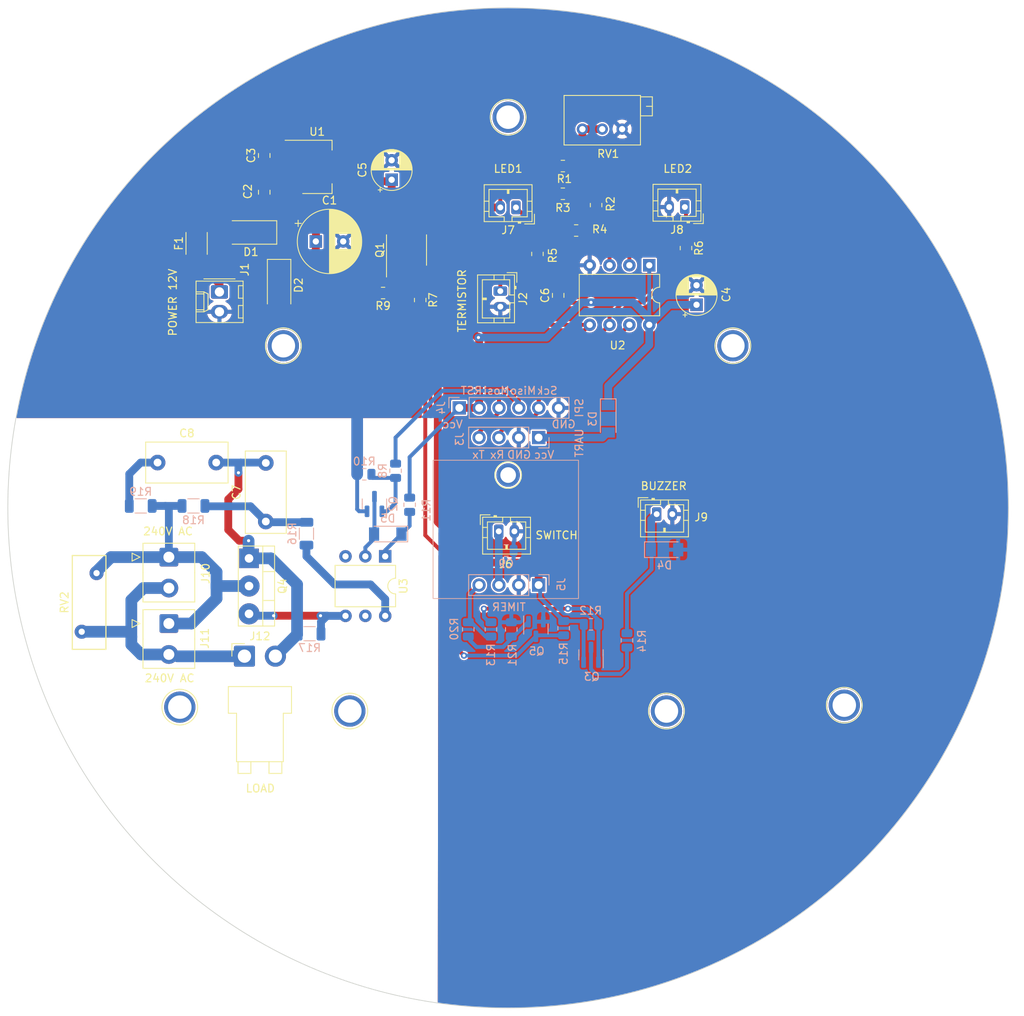
<source format=kicad_pcb>
(kicad_pcb (version 20211014) (generator pcbnew)
  (layers (0 "F.Cu" signal) (31 "B.Cu" signal) (34 "B.Paste" user) (35 "F.Paste" user) (36 "B.SilkS" user "B.Silkscreen") (37 "F.SilkS" user "F.Silkscreen") (38 "B.Mask" user) (39 "F.Mask" user) (44 "Edge.Cuts" user))
  (net 0 "")
  (net 1 "Net-(C1-Pad1)")
  (net 2 "GND")
  (net 3 "+5V")
  (net 4 "Net-(C4-Pad1)")
  (net 5 "Net-(C7-Pad1)")
  (net 6 "Net-(C7-Pad2)")
  (net 7 "Net-(C8-Pad1)")
  (net 8 "Net-(D1-Pad2)")
  (net 9 "Net-(D4-Pad1)")
  (net 10 "Net-(Q1-Pad4)")
  (net 11 "Net-(D3-Pad2)")
  (net 12 "+12V")
  (net 13 "Net-(J2-Pad1)")
  (net 14 "Net-(J3-Pad3)")
  (net 15 "Net-(J3-Pad4)")
  (net 16 "Net-(J4-Pad4)")
  (net 17 "Net-(J5-Pad3)")
  (net 18 "Net-(J5-Pad4)")
  (net 19 "Net-(J7-Pad1)")
  (net 20 "Net-(J8-Pad1)")
  (net 21 "Net-(J10-Pad1)")
  (net 22 "Net-(J10-Pad2)")
  (net 23 "Net-(Q2-Pad1)")
  (net 24 "Net-(Q2-Pad3)")
  (net 25 "Net-(Q3-Pad1)")
  (net 26 "Net-(Q4-Pad3)")
  (net 27 "Net-(R1-Pad1)")
  (net 28 "Net-(R2-Pad2)")
  (net 29 "Net-(R4-Pad1)")
  (net 30 "Net-(R11-Pad2)")
  (net 31 "Net-(R16-Pad2)")
  (net 34 "Net-(Q3-Pad3)")
  (net 35 "Net-(Q5-Pad1)")
  (net 36 "Net-(Q5-Pad3)")
  (footprint "TestPoint:TestPoint_Plated_Hole_D3.0mm" (layer "F.Cu") (at 143 125.25)
    (fp_text reference "REF**")
    (fp_text value "TestPoint_Plated_Hole_D3.0mm")
  )
  (footprint "Resistor_SMD:R_0805_2012Metric" (layer "F.Cu") (at 122.75 66.75 -90)
    (fp_text reference "R6")
    (fp_text value "3k")
  )
  (footprint "Resistor_SMD:R_0805_2012Metric" (layer "F.Cu") (at 111.25 61.25 -90)
    (fp_text reference "R2")
    (fp_text value "3k")
  )
  (footprint "Resistor_SMD:R_0805_2012Metric" (layer "F.Cu") (at 88.75 73.4 -90)
    (fp_text reference "R7")
    (fp_text value "1k")
  )
  (footprint "Package_SO:SOIC-8_3.9x4.9mm_P1.27mm" (layer "F.Cu") (at 87 67 90)
    (fp_text reference "Q1")
    (fp_text value "Si4835BDY")
  )
  (footprint "Potentiometer_THT:Potentiometer_Bourns_3299X_Horizontal" (layer "F.Cu") (at 109.5 51.525 180)
    (fp_text reference "RV1")
    (fp_text value "10k")
  )
  (footprint "TestPoint:TestPoint_Plated_Hole_D3.0mm" (layer "F.Cu") (at 71.25 79.25)
    (fp_text reference "REF**")
    (fp_text value "TestPoint_Plated_Hole_D3.0mm")
  )
  (footprint "Capacitor_THT:C_Rect_L10.3mm_W5.0mm_P7.50mm_MKS4" (layer "F.Cu") (at 69 101.745 90)
    (fp_text reference "C7")
    (fp_text value "47n")
  )
  (footprint "Connector_JST:JST_PH_B2B-PH-K_1x02_P2.00mm_Vertical" (layer "F.Cu") (at 99 72.25 -90)
    (fp_text reference "J2")
    (fp_text value "TERMISTOR")
  )
  (footprint "Diode_SMD:D_MELF" (layer "F.Cu") (at 67.1 64.75 180)
    (fp_text reference "D1")
    (fp_text value "1N4001")
  )
  (footprint "Connector_TE-Connectivity:TE_826576-2_1x02_P3.96mm_Vertical" (layer "F.Cu") (at 56.6 106.3 -90)
    (fp_text reference "J10")
    (fp_text value "240V AC")
  )
  (footprint "Capacitor_THT:CP_Radial_D8.0mm_P3.50mm" (layer "F.Cu") (at 75.4 65.9)
    (fp_text reference "C1")
    (fp_text value "220u")
  )
  (footprint "Resistor_SMD:R_0805_2012Metric" (layer "F.Cu") (at 107 59.8)
    (fp_text reference "R3")
    (fp_text value "3k")
  )
  (footprint "Capacitor_THT:CP_Radial_D5.0mm_P2.50mm" (layer "F.Cu") (at 124.1 74.005113 90)
    (fp_text reference "C4")
    (fp_text value "100u")
  )
  (footprint "Capacitor_THT:CP_Radial_D5.0mm_P2.50mm" (layer "F.Cu") (at 85.1 58.005113 90)
    (fp_text reference "C5")
    (fp_text value "100u")
  )
  (footprint "Connector_JST:JST_PH_B2B-PH-K_1x02_P2.00mm_Vertical" (layer "F.Cu") (at 122.6 61.5 180)
    (fp_text reference "J8")
    (fp_text value "LED2")
  )
  (footprint "Connector_Molex:Molex_KK-254_AE-6410-02A_1x02_P2.54mm_Vertical" (layer "F.Cu") (at 63.070276 72.360456 -90)
    (fp_text reference "J1")
    (fp_text value "POWER 12V")
  )
  (footprint "Capacitor_SMD:C_0805_2012Metric" (layer "F.Cu") (at 68.8 59.6 -90)
    (fp_text reference "C2")
    (fp_text value "100n")
  )
  (footprint "Varistor:RV_Disc_D12mm_W4.3mm_P7.5mm" (layer "F.Cu") (at 47.35 108.35 -90)
    (fp_text reference "RV2")
    (fp_text value "ERZE07A561")
  )
  (footprint "Resistor_SMD:R_0805_2012Metric" (layer "F.Cu") (at 108.7 64.5 180)
    (fp_text reference "R4")
    (fp_text value "3k")
  )
  (footprint "Connector_JST:JST_PH_B2B-PH-K_1x02_P2.00mm_Vertical" (layer "F.Cu") (at 119 100.8)
    (fp_text reference "J9")
    (fp_text value "BUZZER")
  )
  (footprint "Connector_TE-Connectivity:TE_826576-2_1x02_P3.96mm_Vertical" (layer "F.Cu") (at 56.6 114.8 -90)
    (fp_text reference "J11")
    (fp_text value "240V AC")
  )
  (footprint "Capacitor_SMD:C_0805_2012Metric" (layer "F.Cu") (at 106.4 72.8 90)
    (fp_text reference "C6")
    (fp_text value "100n")
  )
  (footprint "Package_DIP:DIP-6_W7.62mm" (layer "F.Cu") (at 84.275 106.2 -90)
    (fp_text reference "U3")
    (fp_text value "MOC3020M")
  )
  (footprint "Connector_JST:JST_PH_B2B-PH-K_1x02_P2.00mm_Vertical" (layer "F.Cu") (at 98.8 103)
    (fp_text reference "J6")
    (fp_text value "SWITCH")
  )
  (footprint "Connector_JST:JST_VH_B2PS-VH_1x02_P3.96mm_Horizontal" (layer "F.Cu") (at 66.27 118.975)
    (fp_text reference "J12")
    (fp_text value "LOAD")
  )
  (footprint "TestPoint:TestPoint_Plated_Hole_D3.0mm" (layer "F.Cu") (at 58 125.5)
    (fp_text reference "REF**")
    (fp_text value "TestPoint_Plated_Hole_D3.0mm")
  )
  (footprint "TestPoint:TestPoint_Plated_Hole_D3.0mm" (layer "F.Cu") (at 100 50)
    (fp_text reference "REF**")
    (fp_text value "TestPoint_Plated_Hole_D3.0mm")
  )
  (footprint "Package_DIP:DIP-8_W7.62mm" (layer "F.Cu") (at 118.05 68.95 -90)
    (fp_text reference "U2")
    (fp_text value "ATtiny45-20S")
  )
  (footprint "Resistor_SMD:R_0805_2012Metric" (layer "F.Cu") (at 107 56.25 180)
    (fp_text reference "R1")
    (fp_text value "3k")
  )
  (footprint "Resistor_SMD:R_0805_2012Metric" (layer "F.Cu") (at 103.75 67.5 -90)
    (fp_text reference "R5")
    (fp_text value "3k")
  )
  (footprint "Connector_JST:JST_PH_B2B-PH-K_1x02_P2.00mm_Vertical" (layer "F.Cu") (at 101 61.55 180)
    (fp_text reference "J7")
    (fp_text value "LED1")
  )
  (footprint "TestPoint:TestPoint_Plated_Hole_D3.0mm" (layer "F.Cu") (at 128.75 79.25)
    (fp_text reference "REF**")
    (fp_text value "TestPoint_Plated_Hole_D3.0mm")
  )
  (footprint "Resistor_SMD:R_0805_2012Metric" (layer "F.Cu") (at 84 72.5 180)
    (fp_text reference "R9")
    (fp_text value "47k")
  )
  (footprint "Package_TO_SOT_SMD:SOT-223-3_TabPin2" (layer "F.Cu") (at 75.570276 56.360456)
    (fp_text reference "U1")
    (fp_text value "AMS1117-5.0")
  )
  (footprint "Diode_SMD:D_MELF" (layer "F.Cu") (at 70.7 71.5 -90)
    (fp_text reference "D2")
    (fp_text value "BZX84C12")
  )
  (footprint "Fuse:Fuse_2010_5025Metric" (layer "F.Cu") (at 60.15 66.15 90)
    (fp_text reference "F1")
    (fp_text value "250mA")
  )
  (footprint "TestPoint:TestPoint_Plated_Hole_D2.0mm" (layer "F.Cu") (at 100 95.8)
    (fp_text reference "REF**" hide)
    (fp_text value "TestPoint_Plated_Hole_D2.0mm" hide)
  )
  (footprint "TestPoint:TestPoint_Plated_Hole_D3.0mm" (layer "F.Cu") (at 120.25 126)
    (fp_text reference "REF**")
    (fp_text value "TestPoint_Plated_Hole_D3.0mm")
  )
  (footprint "TestPoint:TestPoint_Plated_Hole_D3.0mm" (layer "F.Cu") (at 79.75 126)
    (fp_text reference "REF**")
    (fp_text value "TestPoint_Plated_Hole_D3.0mm")
  )
  (footprint "Capacitor_SMD:C_0805_2012Metric" (layer "F.Cu") (at 68.8 54.9 90)
    (fp_text reference "C3")
    (fp_text value "100n")
  )
  (footprint "Capacitor_THT:C_Rect_L10.3mm_W5.0mm_P7.50mm_MKS4" (layer "F.Cu") (at 55.155 94.2)
    (fp_text reference "C8")
    (fp_text value "10n")
  )
  (footprint "Package_TO_SOT_THT:TO-220-3_Vertical" (layer "F.Cu") (at 66.855 107.46 -90)
    (fp_text reference "Q4")
    (fp_text value "BT136-600")
  )
  (footprint "Resistor_SMD:R_0805_2012Metric" (layer "B.Cu") (at 107.1 115.4 -90)
    (fp_text reference "R15")
    (fp_text value "4k7")
  )
  (footprint "Package_TO_SOT_SMD:SOT-23" (layer "B.Cu") (at 103.55 115.5 -90)
    (fp_text reference "Q5")
    (fp_text value "BC846")
  )
  (footprint "Resistor_SMD:R_0805_2012Metric" (layer "B.Cu") (at 97.8 115.55 -90)
    (fp_text reference "R13")
    (fp_text value "4k7")
  )
  (footprint "Diode_SMD:D_MiniMELF" (layer "B.Cu") (at 112.8 88.6 -90)
    (fp_text reference "D3")
    (fp_text value "1N4148W")
  )
  (footprint "Connector_PinSocket_2.54mm:PinSocket_1x04_P2.54mm_Vertical" (layer "B.Cu") (at 103.9 109.875 90)
    (fp_text reference "J5")
    (fp_text value "TIMER")
  )
  (footprint "Diode_SMD:D_MiniMELF" (layer "B.Cu") (at 120 105.35)
    (fp_text reference "D4")
    (fp_text value "1N4148W")
  )
  (footprint "Resistor_SMD:R_1206_3216Metric" (layer "B.Cu") (at 59.75 99.75)
    (fp_text reference "R18")
    (fp_text value "470")
  )
  (footprint "Resistor_SMD:R_1206_3216Metric" (layer "B.Cu") (at 53 99.75 180)
    (fp_text reference "R19")
    (fp_text value "39")
  )
  (footprint "Resistor_SMD:R_0805_2012Metric" (layer "B.Cu") (at 85.6 95.25 -90)
    (fp_text reference "R8")
    (fp_text value "4k7")
  )
  (footprint "Connector_PinHeader_2.54mm:PinHeader_1x06_P2.54mm_Vertical" (layer "B.Cu") (at 93.75 87.2 -90)
    (fp_text reference "J4")
    (fp_text value "SPI")
  )
  (footprint "Resistor_SMD:R_0805_2012Metric" (layer "B.Cu") (at 100.4 115.55 90)
    (fp_text reference "R21")
    (fp_text value "10k")
  )
  (footprint "Resistor_SMD:R_0805_2012Metric" (layer "B.Cu") (at 115.2 116.95 -90)
    (fp_text reference "R14")
    (fp_text value "100")
  )
  (footprint "Resistor_SMD:R_0805_2012Metric" (layer "B.Cu") (at 94.9 115.55 90)
    (fp_text reference "R20")
    (fp_text value "4k7")
  )
  (footprint "Resistor_SMD:R_1206_3216Metric" (layer "B.Cu") (at 74.6 116.1)
    (fp_text reference "R17")
    (fp_text value "360")
  )
  (footprint "Package_TO_SOT_SMD:SOT-23" (layer "B.Cu") (at 82.9 99.5 90)
    (fp_text reference "Q2")
    (fp_text value "BC848")
  )
  (footprint "Resistor_SMD:R_0805_2012Metric" (layer "B.Cu") (at 110.6 114.9)
    (fp_text reference "R12")
    (fp_text value "10k")
  )
  (footprint "Diode_SMD:D_MiniMELF" (layer "B.Cu") (at 84.6 103.35 180)
    (fp_text reference "D5")
    (fp_text value "LL4148")
  )
  (footprint "Connector_PinHeader_2.54mm:PinHeader_1x04_P2.54mm_Vertical" (layer "B.Cu") (at 103.9 91 90)
    (fp_text reference "J3")
    (fp_text value "UART")
  )
  (footprint "Resistor_SMD:R_1206_3216Metric" (layer "B.Cu") (at 74.2 103.3 -90)
    (fp_text reference "R16")
    (fp_text value "360")
  )
  (footprint "Package_TO_SOT_SMD:SOT-23" (layer "B.Cu") (at 110.6 118.8 90)
    (fp_text reference "Q3")
    (fp_text value "BC858")
  )
  (footprint "Resistor_SMD:R_0805_2012Metric" (layer "B.Cu") (at 87.4 99.6 -90)
    (fp_text reference "R11")
    (fp_text value "120")
  )
  (footprint "Resistor_SMD:R_0805_2012Metric" (layer "B.Cu") (at 81.6 95.7 180)
    (fp_text reference "R10")
    (fp_text value "10k")
  )
  (footprint "Capacitor_SMD:C_0805_2012Metric" (layer "B.Cu") (at 99.75 105.45)
    (fp_text reference "C9")
    (fp_text value "100n")
  )
  (gr_rect (start 90.4 93.9) (end 109 111.6) (layer "B.SilkS") (width 0.1) (fill none))
  (gr_circle (center 100 100) (end 164 100) (layer "Edge.Cuts") (width 0.1) (fill none))
  (gr_text "Vcc" (at 92.9 89.3) (layer "B.SilkS") (effects (font (size 1 1)) (justify mirror)))
  (gr_text "GND" (at 101.4 93.2) (layer "B.SilkS") (effects (font (size 1 1)) (justify mirror)))
  (gr_text "Vcc" (at 104.6 93.2) (layer "B.SilkS") (effects (font (size 1 1)) (justify mirror)))
  (gr_text "Tx" (at 96.2 93.2) (layer "B.SilkS") (effects (font (size 1 1)) (justify mirror)))
  (gr_text "Sck" (at 105 85) (layer "B.SilkS") (effects (font (size 1 1)) (justify mirror)))
  (gr_text "Miso" (at 101.9 85) (layer "B.SilkS") (effects (font (size 1 1)) (justify mirror)))
  (gr_text "Rx" (at 98.6 93.2) (layer "B.SilkS") (effects (font (size 1 1)) (justify mirror)))
  (gr_text "RST" (at 95.3 85) (layer "B.SilkS") (effects (font (size 1 1)) (justify mirror)))
  (gr_text "Mosi" (at 98.5 85) (layer "B.SilkS") (effects (font (size 1 1)) (justify mirror)))
  (gr_text "GND" (at 107.1 89.3) (layer "B.SilkS") (effects (font (size 1 1)) (justify mirror)))
  (segment (start 75.4 67.05) (end 75.4 65.9) (width 1) (layer "F.Cu") (net 1))
  (segment (start 74.260456 58.660456) (end 72.420276 58.660456) (width 1) (layer "F.Cu") (net 1))
  (segment (start 68.8 58.65) (end 72.40982 58.65) (width 1) (layer "F.Cu") (net 1))
  (segment (start 70.7 69.1) (end 73.35 69.1) (width 1) (layer "F.Cu") (net 1))
  (segment (start 69.5 67.9) (end 70.7 69.1) (width 1) (layer "F.Cu") (net 1))
  (segment (start 75.417625 65.860456) (end 75.417625 59.817625) (width 1) (layer "F.Cu") (net 1))
  (segment (start 75.417625 59.817625) (end 74.260456 58.660456) (width 1) (layer "F.Cu") (net 1))
  (segment (start 72.40982 58.65) (end 72.420276 58.660456) (width 1) (layer "F.Cu") (net 1))
  (segment (start 69.5 64.75) (end 69.5 67.9) (width 1) (layer "F.Cu") (net 1))
  (segment (start 75.167625 66.110456) (end 75.417625 65.860456) (width 1) (layer "F.Cu") (net 1))
  (segment (start 73.35 69.1) (end 75.4 67.05) (width 1) (layer "F.Cu") (net 1))
  (segment (start 80.6875 95.7) (end 80.6875 100.175) (width 0.5) (layer "B.Cu") (net 2))
  (segment (start 99 74.4) (end 98.85 74.25) (width 1) (layer "B.Cu") (net 2))
  (segment (start 80.95 100.4375) (end 80.6875 100.175) (width 0.5) (layer "B.Cu") (net 2))
  (segment (start 80.6875 87.9125) (end 80.7 87.9) (width 1.5) (layer "B.Cu") (net 2))
  (segment (start 81.95 100.4375) (end 80.95 100.4375) (width 0.5) (layer "B.Cu") (net 2))
  (segment (start 80.6875 95.7) (end 80.6875 87.9125) (width 1.5) (layer "B.Cu") (net 2))
  (segment (start 100.7 103.1) (end 100.8 103) (width 0.5) (layer "B.Cu") (net 2))
  (segment (start 102.6 107) (end 96.2 107) (width 1) (layer "F.Cu") (net 3))
  (segment (start 86.365 67.135) (end 86.365 69.475) (width 1) (layer "F.Cu") (net 3))
  (segment (start 96.2 107) (end 91 101.8) (width 1) (layer "F.Cu") (net 3))
  (segment (start 87.635 69.475) (end 85.095 69.475) (width 0.75) (layer "F.Cu") (net 3))
  (segment (start 78.720276 56.360456) (end 81 56.360456) (width 1) (layer "F.Cu") (net 3))
  (segment (start 103.9 109.875) (end 103.9 108.3) (width 1) (layer "F.Cu") (net 3))
  (segment (start 91 101.8) (end 91 67.9) (width 1) (layer "F.Cu") (net 3))
  (segment (start 83.695 58.195) (end 85.095 58.195) (width 1) (layer "F.Cu") (net 3))
  (segment (start 90 66.9) (end 86.6 66.9) (width 1) (layer "F.Cu") (net 3))
  (segment (start 82.9 62) (end 85.1 59.8) (width 1) (layer "F.Cu") (net 3))
  (segment (start 81.870276 56.370276) (end 83.695 58.195) (width 1) (layer "F.Cu") (net 3))
  (segment (start 85.1 59.8) (end 85.1 58.005113) (width 1) (layer "F.Cu") (net 3))
  (segment (start 72.420276 56.360456) (end 78.720276 56.360456) (width 1) (layer "F.Cu") (net 3))
  (segment (start 86.6 66.9) (end 86.365 67.135) (width 1) (layer "F.Cu") (net 3))
  (segment (start 85.095 69.475) (end 84.675 69.475) (width 1) (layer "F.Cu") (net 3))
  (segment (start 83.0875 71.0625) (end 84.675 69.475) (width 0.5) (layer "F.Cu") (net 3))
  (segment (start 82.9 67.7) (end 82.9 62) (width 1) (layer "F.Cu") (net 3))
  (segment (start 81.029724 56.370276) (end 81.870276 56.370276) (width 1) (layer "F.Cu") (net 3))
  (segment (start 91 67.9) (end 90 66.9) (width 1) (layer "F.Cu") (net 3))
  (segment (start 84.675 69.475) (end 82.9 67.7) (width 1) (layer "F.Cu") (net 3))
  (segment (start 83.0875 72.5) (end 83.0875 71.0625) (width 0.5) (layer "F.Cu") (net 3))
  (segment (start 69.310456 56.360456) (end 68.8 55.85) (width 1) (layer "F.Cu") (net 3))
  (segment (start 103.9 108.3) (end 102.6 107) (width 1) (layer "F.Cu") (net 3))
  (segment (start 72.420276 56.360456) (end 69.310456 56.360456) (width 1) (layer "F.Cu") (net 3))
  (segment (start 107.1 114.4875) (end 109.275 114.4875) (width 0.5) (layer "B.Cu") (net 3))
  (segment (start 104.1 111.4875) (end 107.1 114.4875) (width 0.5) (layer "B.Cu") (net 3))
  (segment (start 109.275 114.4875) (end 109.6875 114.9) (width 0.5) (layer "B.Cu") (net 3))
  (segment (start 104.1 110.075) (end 104.1 111.4875) (width 0.5) (layer "B.Cu") (net 3))
  (segment (start 103.9 109.875) (end 104.1 110.075) (width 0.5) (layer "B.Cu") (net 3))
  (segment (start 109.65 119.7375) (end 109.65 114.9375) (width 0.5) (layer "B.Cu") (net 3))
  (segment (start 103.9 109.875) (end 103.9 109.8) (width 0.5) (layer "B.Cu") (net 3))
  (segment (start 109.65 114.9375) (end 109.6875 114.9) (width 0.5) (layer "B.Cu") (net 3))
  (segment (start 96.1 78.1) (end 96 78.1) (width 1) (layer "F.Cu") (net 4))
  (segment (start 94 66.6) (end 94 66.2) (width 1) (layer "F.Cu") (net 4))
  (segment (start 96.2 78.2) (end 96.1 78.1) (width 1) (layer "F.Cu") (net 4))
  (segment (start 105.8875 59.6) (end 105.2875 59) (width 0.5) (layer "F.Cu") (net 4))
  (segment (start 85.095 64.525) (end 88.905 64.525) (width 0.75) (layer "F.Cu") (net 4))
  (segment (start 106.0875 59.8) (end 106.0875 56.25) (width 0.5) (layer "F.Cu") (net 4))
  (segment (start 106.4 73.75) (end 110.25 73.75) (width 0.5) (layer "F.Cu") (net 4))
  (segment (start 96.29 78.19) (end 96.29 87.2) (width 1) (layer "F.Cu") (net 4))
  (segment (start 94 63.3) (end 95.75 61.55) (width 1) (layer "F.Cu") (net 4))
  (segment (start 110.6 73.7) (end 110.3 73.7) (width 0.5) (layer "F.Cu") (net 4))
  (segment (start 110.25 73.75) (end 110.55 73.75) (width 0.5) (layer "F.Cu") (net 4))
  (segment (start 96.2 78.1) (end 96.29 78.19) (width 1) (layer "F.Cu") (net 4))
  (segment (start 94 66) (end 94 64.4) (width 1) (layer "F.Cu") (net 4))
  (segment (start 95.75 61.55) (end 99 61.55) (width 1) (layer "F.Cu") (net 4))
  (segment (start 105.2875 59) (end 100.25 59) (width 0.5) (layer "F.Cu") (net 4))
  (segment (start 94 64.4) (end 94 63.3) (width 1) (layer "F.Cu") (net 4))
  (segment (start 96.29 87.2) (end 93.75 87.2) (width 1) (layer "F.Cu") (net 4))
  (segment (start 88.905 64.525) (end 93.875 64.525) (width 1) (layer "F.Cu") (net 4))
  (segment (start 96 78.1) (end 94 76.1) (width 1) (layer "F.Cu") (net 4))
  (segment (start 94 76.1) (end 94 66.6) (width 1) (layer "F.Cu") (net 4))
  (segment (start 93.875 64.525) (end 94 64.4) (width 1) (layer "F.Cu") (net 4))
  (segment (start 100.25 59) (end 99 60.25) (width 0.5) (layer "F.Cu") (net 4))
  (segment (start 99 60.25) (end 99 61.55) (width 0.5) (layer "F.Cu") (net 4))
  (segment (start 110.3 73.7) (end 110.25 73.75) (width 0.5) (layer "F.Cu") (net 4))
  (via (at 110.6 73.7) (size 1) (drill 0.4) (layers "F.Cu" "B.Cu") (net 4))
  (via (at 96.2 78.2) (size 1) (drill 0.4) (layers "F.Cu" "B.Cu") (net 4))
  (segment (start 93.75 87.2) (end 93.7 87.2) (width 0.5) (layer "B.Cu") (net 4))
  (segment (start 93.7 87.2) (end 87.4 93.5) (width 0.5) (layer "B.Cu") (net 4))
  (segment (start 120.614887 74.005113) (end 118.05 76.57) (width 1) (layer "B.Cu") (net 4))
  (segment (start 112.8 86.95) (end 112.8 84.4) (width 1) (layer "B.Cu") (net 4))
  (segment (start 110.6 73.7) (end 116 73.7) (width 1) (layer "B.Cu") (net 4))
  (segment (start 87.4 93.5) (end 87.4 98.6875) (width 0.5) (layer "B.Cu") (net 4))
  (segment (start 118.05 68.95) (end 118.05 76.57) (width 0.5) (layer "B.Cu") (net 4))
  (segment (start 96.2 78.2) (end 104.9 78.2) (width 1) (layer "B.Cu") (net 4))
  (segment (start 118.05 79.15) (end 118.05 76.57) (width 1) (layer "B.Cu") (net 4))
  (segment (start 104.9 78.2) (end 109.4 73.7) (width 1) (layer "B.Cu") (net 4))
  (segment (start 124.1 74.005113) (end 120.614887 74.005113) (width 1) (layer "B.Cu") (net 4))
  (segment (start 109.4 73.7) (end 110.6 73.7) (width 1) (layer "B.Cu") (net 4))
  (segment (start 112.8 84.4) (end 118.05 79.15) (width 1) (layer "B.Cu") (net 4))
  (segment (start 116 73.7) (end 118.05 75.75) (width 1) (layer "B.Cu") (net 4))
  (segment (start 118.05 75.75) (end 118.05 76.57) (width 1) (layer "B.Cu") (net 4))
  (segment (start 69.0925 101.8375) (end 69 101.745) (width 1) (layer "B.Cu") (net 5))
  (segment (start 67.055 99.8) (end 61.2625 99.8) (width 1) (layer "B.Cu") (net 5))
  (segment (start 69 101.745) (end 67.055 99.8) (width 1) (layer "B.Cu") (net 5))
  (segment (start 74.2 101.8375) (end 69.0925 101.8375) (width 1) (layer "B.Cu") (net 5))
  (segment (start 66.8 104.2) (end 65.6 104.2) (width 1) (layer "F.Cu") (net 6))
  (segment (start 65.6 104.2) (end 64.2 102.8) (width 1) (layer "F.Cu") (net 6))
  (segment (start 65.5 97.6) (end 65.5 95.5) (width 1) (layer "F.Cu") (net 6))
  (segment (start 64.2 102.8) (end 64.2 98.9) (width 1) (layer "F.Cu") (net 6))
  (segment (start 64.2 98.9) (end 65.5 97.6) (width 1) (layer "F.Cu") (net 6))
  (via (at 65.5 95.5) (size 1) (drill 0.4) (layers "F.Cu" "B.Cu") (net 6))
  (via (at 66.8 104.2) (size 1) (drill 0.4) (layers "F.Cu" "B.Cu") (net 6))
  (segment (start 73 116.205) (end 70.23 118.975) (width 1.5) (layer "B.Cu") (net 6))
  (segment (start 65.5 94.5) (end 65.8 94.2) (width 1) (layer "B.Cu") (net 6))
  (segment (start 69.66 106.46) (end 73 109.8) (width 1.5) (layer "B.Cu") (net 6))
  (segment (start 62.655 94.2) (end 65.8 94.2) (width 1) (layer "B.Cu") (net 6))
  (segment (start 66.8 104.2) (end 66.8 106.405) (width 1.5) (layer "B.Cu") (net 6))
  (segment (start 66.855 106.46) (end 69.66 106.46) (width 1.5) (layer "B.Cu") (net 6))
  (segment (start 65.8 94.2) (end 68.955 94.2) (width 1) (layer "B.Cu") (net 6))
  (segment (start 68.955 94.2) (end 69 94.245) (width 1) (layer "B.Cu") (net 6))
  (segment (start 66.8 106.405) (end 66.855 106.46) (width 1) (layer "B.Cu") (net 6))
  (segment (start 65.5 95.5) (end 65.5 94.5) (width 1) (layer "B.Cu") (net 6))
  (segment (start 73 109.8) (end 73 116.205) (width 1.5) (layer "B.Cu") (net 6))
  (segment (start 51.5375 99.75) (end 51.5375 95.6625) (width 1) (layer "B.Cu") (net 7))
  (segment (start 51.5375 95.6625) (end 53 94.2) (width 1) (layer "B.Cu") (net 7))
  (segment (start 53 94.2) (end 55.155 94.2) (width 1) (layer "B.Cu") (net 7))
  (segment (start 60.15 63.9) (end 63.85 63.9) (width 1) (layer "F.Cu") (net 8))
  (segment (start 63.85 63.9) (end 64.7 64.75) (width 1) (layer "F.Cu") (net 8))
  (segment (start 118.3 105.3) (end 118.3 101.5) (width 1) (layer "B.Cu") (net 9))
  (segment (start 115.2 111) (end 118.35 107.85) (width 0.5) (layer "B.Cu") (net 9))
  (segment (start 118.35 107.85) (end 118.35 105.35) (width 0.5) (layer "B.Cu") (net 9))
  (segment (start 115.2 116.0375) (end 115.2 111) (width 0.5) (layer "B.Cu") (net 9))
  (segment (start 118.3 101.5) (end 119 100.8) (width 1) (layer "B.Cu") (net 9))
  (segment (start 88.905 71.9325) (end 88.905 68.725) (width 0.5) (layer "F.Cu") (net 10))
  (segment (start 88.3375 72.5) (end 88.905 71.9325) (width 0.5) (layer "F.Cu") (net 10))
  (segment (start 84.9125 72.5) (end 88.3375 72.5) (width 0.5) (layer "F.Cu") (net 10))
  (segment (start 103.9 91) (end 112.05 91) (width 1) (layer "B.Cu") (net 11))
  (segment (start 112.05 91) (end 112.8 90.25) (width 1) (layer "B.Cu") (net 11))
  (segment (start 63.070276 71.320276) (end 60.15 68.4) (width 1) (layer "F.Cu") (net 12))
  (segment (start 63.070276 72.360456) (end 63.070276 71.320276) (width 1) (layer "F.Cu") (net 12))
  (segment (start 105 67.5) (end 107.5875 64.9125) (width 0.5) (layer "F.Cu") (net 13))
  (segment (start 107.5875 64.9125) (end 107.6625 64.9125) (width 0.5) (layer "F.Cu") (net 13))
  (segment (start 107.6625 60) (end 107.6625 64.9125) (width 0.5) (layer "F.Cu") (net 13))
  (segment (start 104.6 67.5) (end 105 67.5) (width 0.5) (layer "F.Cu") (net 13))
  (segment (start 102.9 67.5) (end 104.6 67.5) (width 0.25) (layer "F.Cu") (net 13))
  (segment (start 102.9 67.5) (end 100.8 67.5) (width 0.5) (layer "F.Cu") (net 13))
  (segment (start 100.8 67.5) (end 99 69.3) (width 0.5) (layer "F.Cu") (net 13))
  (segment (start 99 69.3) (end 99 72.25) (width 0.5) (layer "F.Cu") (net 13))
  (segment (start 103.91 86.19) (end 103.91 87.2) (width 0.5) (layer "F.Cu") (net 14))
  (segment (start 102.5 89.1) (end 103.91 87.69) (width 0.5) (layer "F.Cu") (net 14))
  (segment (start 115.51 76.57) (end 109.88 82.2) (width 0.5) (layer "F.Cu") (net 14))
  (segment (start 103.91 87.69) (end 103.91 87.2) (width 0.5) (layer "F.Cu") (net 14))
  (segment (start 109.88 82.2) (end 107.9 82.2) (width 0.5) (layer "F.Cu") (net 14))
  (segment (start 98.82 90.48) (end 100.2 89.1) (width 0.5) (layer "F.Cu") (net 14))
  (segment (start 98.82 91) (end 98.82 90.48) (width 0.5) (layer "F.Cu") (net 14))
  (segment (start 100.2 89.1) (end 102.5 89.1) (width 0.5) (layer "F.Cu") (net 14))
  (segment (start 107.9 82.2) (end 103.91 86.19) (width 0.5) (layer "F.Cu") (net 14))
  (segment (start 108.3 78.7) (end 106.2 78.7) (width 0.5) (layer "F.Cu") (net 15))
  (segment (start 105.47 76.57) (end 110.43 76.57) (width 0.5) (layer "F.Cu") (net 15))
  (segment (start 103.75 68.4125) (end 103.75 74.85) (width 0.5) (layer "F.Cu") (net 15))
  (segment (start 96.28 91) (end 96.28 90.32) (width 0.5) (layer "F.Cu") (net 15))
  (segment (start 96.28 90.32) (end 98.83 87.77) (width 0.5) (layer "F.Cu") (net 15))
  (segment (start 98.83 86.07) (end 98.83 87.2) (width 0.5) (layer "F.Cu") (net 15))
  (segment (start 110.43 76.57) (end 108.3 78.7) (width 0.5) (layer "F.Cu") (net 15))
  (segment (start 103.75 74.85) (end 105.47 76.57) (width 0.5) (layer "F.Cu") (net 15))
  (segment (start 98.83 87.77) (end 98.83 87.2) (width 0.5) (layer "F.Cu") (net 15))
  (segment (start 106.2 78.7) (end 98.83 86.07) (width 0.5) (layer "F.Cu") (net 15))
  (segment (start 112.97 76.57) (end 112.97 75.43) (width 0.5) (layer "F.Cu") (net 16))
  (segment (start 107 80.4) (end 101.37 86.03) (width 0.5) (layer "F.Cu") (net 16))
  (segment (start 101.37 86.03) (end 101.37 87.2) (width 0.5) (layer "F.Cu") (net 16))
  (segment (start 122.75 68.25) (end 122.75 67.6625) (width 0.5) (layer "F.Cu") (net 16))
  (segment (start 112.97 76.57) (end 109.14 80.4) (width 0.5) (layer "F.Cu") (net 16))
  (segment (start 112.97 75.43) (end 114.7 73.7) (width 0.5) (layer "F.Cu") (net 16))
  (segment (start 109.14 80.4) (end 107 80.4) (width 0.5) (layer "F.Cu") (net 16))
  (segment (start 117.3 73.7) (end 122.75 68.25) (width 0.5) (layer "F.Cu") (net 16))
  (segment (start 114.7 73.7) (end 117.3 73.7) (width 0.5) (layer "F.Cu") (net 16))
  (segment (start 99.8 85) (end 101.37 86.57) (width 0.5) (layer "B.Cu") (net 16))
  (segment (start 91.6 85) (end 99.8 85) (width 0.5) (layer "B.Cu") (net 16))
  (segment (start 85.6 91) (end 91.6 85) (width 0.5) (layer "B.Cu") (net 16))
  (segment (start 101.37 86.57) (end 101.37 87.2) (width 0.5) (layer "B.Cu") (net 16))
  (segment (start 85.6 94.3375) (end 85.6 91) (width 0.5) (layer "B.Cu") (net 16))
  (segment (start 98.8 109.855) (end 98.82 109.875) (width 1) (layer "B.Cu") (net 17))
  (segment (start 98.8 103) (end 98.8 109.855) (width 1) (layer "B.Cu") (net 17))
  (segment (start 95.1 114.475) (end 95.1 111.055) (width 0.5) (layer "B.Cu") (net 18))
  (segment (start 95.15 114.6375) (end 95.2875 114.6375) (width 0.5) (layer "B.Cu") (net 18))
  (segment (start 97.1125 116.4625) (end 97.8 116.4625) (width 0.5) (layer "B.Cu") (net 18))
  (segment (start 95.1 111.055) (end 96.28 109.875) (width 0.5) (layer "B.Cu") (net 18))
  (segment (start 95.2875 114.6375) (end 97.1125 116.4625) (width 0.5) (layer "B.Cu") (net 18))
  (segment (start 101 61.55) (end 103.75 64.3) (width 0.5) (layer "F.Cu") (net 19))
  (segment (start 103.75 64.3) (end 103.75 66.5875) (width 0.5) (layer "F.Cu") (net 19))
  (segment (start 122.75 61.65) (end 122.6 61.5) (width 0.5) (layer "F.Cu") (net 20))
  (segment (start 122.75 65.8375) (end 122.75 61.65) (width 0.5) (layer "F.Cu") (net 20))
  (segment (start 47.35 108.35) (end 47.35 108.15) (width 1.5) (layer "B.Cu") (net 21))
  (segment (start 54.4625 99.75) (end 56.15 99.75) (width 1) (layer "B.Cu") (net 21))
  (segment (start 62.8 110) (end 66.855 110) (width 1.5) (layer "B.Cu") (net 21))
  (segment (start 56.6 106.3) (end 56.6 100.3) (width 1) (layer "B.Cu") (net 21))
  (segment (start 56.6 106.3) (end 60.8 106.3) (width 1.5) (layer "B.Cu") (net 21))
  (segment (start 62.7 108.2) (end 62.7 110.2) (width 1.5) (layer "B.Cu") (net 21))
  (segment (start 49.2 106.3) (end 56.6 106.3) (width 1.5) (layer "B.Cu") (net 21))
  (segment (start 56.15 99.75) (end 58.2875 99.75) (width 1) (layer "B.Cu") (net 21))
  (segment (start 60.8 106.3) (end 62.7 108.2) (width 1.5) (layer "B.Cu") (net 21))
  (segment (start 56.6 114.8) (end 59.5 114.8) (width 1.5) (layer "B.Cu") (net 21))
  (segment (start 62.7 111.6) (end 62.7 109.8) (width 1.5) (layer "B.Cu") (net 21))
  (segment (start 47.35 108.15) (end 49.2 106.3) (width 1.5) (layer "B.Cu") (net 21))
  (segment (start 59.5 114.8) (end 62.7 111.6) (width 1.5) (layer "B.Cu") (net 21))
  (segment (start 51.8 111.8) (end 51.8 116.5) (width 1.5) (layer "B.Cu") (net 22))
  (segment (start 53.06 118.76) (end 56.6 118.76) (width 1.5) (layer "B.Cu") (net 22))
  (segment (start 53.34 110.26) (end 51.8 111.8) (width 1.5) (layer "B.Cu") (net 22))
  (segment (start 56.6 110.26) (end 53.34 110.26) (width 1.5) (layer "B.Cu") (net 22))
  (segment (start 45.45 115.85) (end 51.15 115.85) (width 1.5) (layer "B.Cu") (net 22))
  (segment (start 57.7 119) (end 66.245 119) (width 1.5) (layer "B.Cu") (net 22))
  (segment (start 51.8 117.5) (end 53.06 118.76) (width 1.5) (layer "B.Cu") (net 22))
  (segment (start 66.245 119) (end 66.27 118.975) (width 1.5) (layer "B.Cu") (net 22))
  (segment (start 51.8 116.5) (end 51.8 117.5) (width 1.5) (layer "B.Cu") (net 22))
  (segment (start 82.5125 96.0125) (end 82.6625 96.1625) (width 0.5) (layer "B.Cu") (net 23))
  (segment (start 82.5125 95.7) (end 82.5125 96.0125) (width 0.5) (layer "B.Cu") (net 23))
  (segment (start 84.5125 100.4375) (end 85.6 99.35) (width 0.5) (layer "B.Cu") (net 23))
  (segment (start 83.85 100.4375) (end 84.5125 100.4375) (width 0.5) (layer "B.Cu") (net 23))
  (segment (start 85.6 99.35) (end 85.6 96.1625) (width 0.5) (layer "B.Cu") (net 23))
  (segment (start 82.6625 96.1625) (end 85.6 96.1625) (width 0.5) (layer "B.Cu") (net 23))
  (segment (start 81.735 105.065) (end 81.735 106.2) (width 0.5) (layer "B.Cu") (net 24))
  (segment (start 82.9 103.9) (end 81.735 105.065) (width 0.5) (layer "B.Cu") (net 24))
  (segment (start 82.9 98.5625) (end 82.9 103.9) (width 0.5) (layer "B.Cu") (net 24))
  (segment (start 96.9 112.9) (end 107.65 112.9) (width 0.5) (layer "F.Cu") (net 25))
  (via (at 96.9 112.9) (size 0.8) (drill 0.4) (layers "F.Cu" "B.Cu") (net 25))
  (via (at 107.65 112.9) (size 0.8) (drill 0.4) (layers "F.Cu" "B.Cu") (net 25))
  (segment (start 111.55 119.7375) (end 111.55 114.9375) (width 0.5) (layer "B.Cu") (net 25))
  (segment (start 107.65 112.9) (end 110.1 112.9) (width 0.5) (layer "B.Cu") (net 25))
  (segment (start 110.1 112.9) (end 111.5125 114.3125) (width 0.5) (layer "B.Cu") (net 25))
  (segment (start 111.55 114.9375) (end 111.5125 114.9) (width 0.5) (layer "B.Cu") (net 25))
  (segment (start 96.9 113.95) (end 97.5875 114.6375) (width 0.5) (layer "B.Cu") (net 25))
  (segment (start 96.9 112.9) (end 96.9 113.95) (width 0.5) (layer "B.Cu") (net 25))
  (segment (start 97.5875 114.6375) (end 97.8 114.6375) (width 0.5) (layer "B.Cu") (net 25))
  (segment (start 111.5125 114.3125) (end 111.5125 114.9) (width 0.5) (layer "B.Cu") (net 25))
  (segment (start 70 113.8) (end 76 113.8) (width 1) (layer "F.Cu") (net 26))
  (via (at 70 113.8) (size 1) (drill 0.4) (layers "F.Cu" "B.Cu") (net 26))
  (via (at 76 113.8) (size 1) (drill 0.4) (layers "F.Cu" "B.Cu") (net 26))
  (segment (start 76.0625 114.5775) (end 76.82 113.82) (width 1) (layer "B.Cu") (net 26))
  (segment (start 67.095 113.8) (end 66.855 113.56) (width 1) (layer "B.Cu") (net 26))
  (segment (start 79.195 113.82) (end 76.82 113.82) (width 1) (layer "B.Cu") (net 26))
  (segment (start 76 113.8) (end 76.8 113.8) (width 1) (layer "B.Cu") (net 26))
  (segment (start 76.8 113.8) (end 76.82 113.82) (width 1) (layer "B.Cu") (net 26))
  (segment (start 76.0625 116.1) (end 76.0625 114.5775) (width 1) (layer "B.Cu") (net 26))
  (segment (start 70 113.8) (end 67.095 113.8) (width 1) (layer "B.Cu") (net 26))
  (segment (start 111.25 59) (end 111.25 60.3375) (width 0.5) (layer "F.Cu") (net 27))
  (segment (start 109.5 54.6625) (end 107.9125 56.25) (width 1) (layer "F.Cu") (net 27))
  (segment (start 107.9125 56.25) (end 108.5 56.25) (width 0.5) (layer "F.Cu") (net 27))
  (segment (start 109.5 51.525) (end 109.5 54.6625) (width 1) (layer "F.Cu") (net 27))
  (segment (start 109.5 51.525) (end 112.04 51.525) (width 1) (layer "F.Cu") (net 27))
  (segment (start 108.5 56.25) (end 111.25 59) (width 0.5) (layer "F.Cu") (net 27))
  (segment (start 115.51 65.11) (end 115.51 68.95) (width 0.5) (layer "F.Cu") (net 28))
  (segment (start 112.5625 62.1625) (end 115.51 65.11) (width 0.5) (layer "F.Cu") (net 28))
  (segment (start 111.25 62.1625) (end 112.5625 62.1625) (width 0.5) (layer "F.Cu") (net 28))
  (segment (start 112.97 67.28) (end 112.97 68.95) (width 0.5) (layer "F.Cu") (net 29))
  (segment (start 110.19 64.5) (end 112.97 67.28) (width 0.5) (layer "F.Cu") (net 29))
  (segment (start 109.6125 64.5) (end 110.19 64.5) (width 0.5) (layer "F.Cu") (net 29))
  (segment (start 87.4 100.5125) (end 87.4 102.3) (width 0.5) (layer "B.Cu") (net 30))
  (segment (start 87.4 102.3) (end 84.275 105.425) (width 0.5) (layer "B.Cu") (net 30))
  (segment (start 84.275 105.425) (end 84.275 106.2) (width 0.5) (layer "B.Cu") (net 30))
  (segment (start 74.2 106.2) (end 77.8 109.8) (width 1) (layer "B.Cu") (net 31))
  (segment (start 77.8 109.8) (end 82.4 109.8) (width 1) (layer "B.Cu") (net 31))
  (segment (start 82.4 109.8) (end 84.275 111.675) (width 1) (layer "B.Cu") (net 31))
  (segment (start 74.2 104.7625) (end 74.2 106.2) (width 1) (layer "B.Cu") (net 31))
  (segment (start 84.275 111.675) (end 84.275 113.82) (width 1) (layer "B.Cu") (net 31))
  (segment (start 111.2 121.25) (end 110.6 120.65) (width 0.5) (layer "B.Cu") (net 34))
  (segment (start 114.4 121.25) (end 111.2 121.25) (width 0.5) (layer "B.Cu") (net 34))
  (segment (start 115.2 117.8625) (end 115.2 120.45) (width 0.5) (layer "B.Cu") (net 34))
  (segment (start 115.2 120.45) (end 114.4 121.25) (width 0.5) (layer "B.Cu") (net 34))
  (segment (start 110.6 120.65) (end 110.6 117.8625) (width 0.5) (layer "B.Cu") (net 34))
  (segment (start 95.15 116.4625) (end 95.15 117) (width 0.5) (layer "B.Cu") (net 35))
  (segment (start 99.3625 117.8) (end 102.6 114.5625) (width 0.5) (layer "B.Cu") (net 35))
  (segment (start 95.95 117.8) (end 99.3625 117.8) (width 0.5) (layer "B.Cu") (net 35))
  (segment (start 95.15 117) (end 95.95 117.8) (width 0.5) (layer "B.Cu") (net 35))
  (segment (start 94.35 118.9) (end 92.5 117.05) (width 0.5) (layer "F.Cu") (net 36))
  (segment (start 89.4 74.5625) (end 88.75 73.9125) (width 0.5) (layer "F.Cu") (net 36))
  (segment (start 89.4 103.5) (end 89.4 74.5625) (width 0.5) (layer "F.Cu") (net 36))
  (segment (start 92.5 106.6) (end 89.4 103.5) (width 0.5) (layer "F.Cu") (net 36))
  (segment (start 92.5 117.05) (end 92.5 106.6) (width 0.5) (layer "F.Cu") (net 36))
  (via (at 94.35 118.9) (size 0.8) (drill 0.4) (layers "F.Cu" "B.Cu") (net 36))
  (segment (start 94.35 118.9) (end 101.0875 118.9) (width 0.5) (layer "B.Cu") (net 36))
  (segment (start 107.1 116.3125) (end 103.675 116.3125) (width 0.5) (layer "B.Cu") (net 36))
  (segment (start 101.0875 118.9) (end 103.55 116.4375) (width 0.5) (layer "B.Cu") (net 36))
  (segment (start 103.675 116.3125) (end 103.55 116.4375) (width 0.5) (layer "B.Cu") (net 36))
  (zone (net 0) (net_name "") (layers F&B.Cu) (connect_pads (clearance 0)) (min_thickness 0.254)
    (keepout (tracks allowed) (vias allowed) (pads allowed) (copperpour not_allowed) (footprints allowed))
    (fill (thermal_gap 0.508) (thermal_bridge_width 0.508))
    (polygon (pts (xy 91.1 88.5) (xy 91 164) (xy 36 164) (xy 35.9 88.5)))
  )
  (zone (net 2) (net_name "GND") (layers F&B.Cu) (connect_pads (clearance 0)) (min_thickness 0.254) (fill yes (thermal_gap 0.508) (thermal_bridge_width 0.508) (smoothing fillet))
    (polygon (pts (xy 166 165) (xy 35 165) (xy 35 35) (xy 166 35)))
  )
)
</source>
